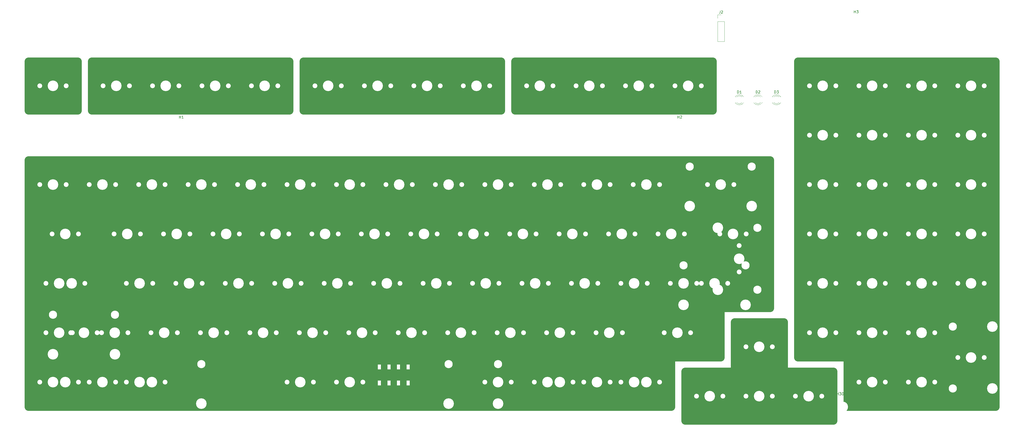
<source format=gbr>
G04 #@! TF.GenerationSoftware,KiCad,Pcbnew,(5.1.6)-1*
G04 #@! TF.CreationDate,2020-06-29T21:56:33+02:00*
G04 #@! TF.ProjectId,E80-1800-pcb-universal,4538302d-3138-4303-902d-7063622d756e,rev?*
G04 #@! TF.SameCoordinates,Original*
G04 #@! TF.FileFunction,Legend,Top*
G04 #@! TF.FilePolarity,Positive*
%FSLAX46Y46*%
G04 Gerber Fmt 4.6, Leading zero omitted, Abs format (unit mm)*
G04 Created by KiCad (PCBNEW (5.1.6)-1) date 2020-06-29 21:56:33*
%MOMM*%
%LPD*%
G01*
G04 APERTURE LIST*
%ADD10C,3.000000*%
%ADD11C,0.120000*%
%ADD12C,0.150000*%
%ADD13C,4.100000*%
%ADD14C,1.900000*%
%ADD15R,1.900000X1.900000*%
%ADD16C,6.100000*%
%ADD17O,1.100000X2.200000*%
%ADD18C,0.750000*%
%ADD19O,1.100000X1.700000*%
%ADD20O,1.800000X1.800000*%
%ADD21R,1.800000X1.800000*%
%ADD22C,1.850000*%
%ADD23C,4.087800*%
%ADD24C,3.148000*%
%ADD25R,1.200000X1.900000*%
G04 APERTURE END LIST*
D10*
G36*
X276225000Y-85725000D02*
G01*
X257175000Y-85725000D01*
X257175000Y-104775000D01*
X238125000Y-104775000D01*
X238125000Y-123825000D01*
X-9525000Y-123825000D01*
X-9500000Y-28586992D01*
X276225000Y-28575000D01*
X276225000Y-85725000D01*
G37*
X276225000Y-85725000D02*
X257175000Y-85725000D01*
X257175000Y-104775000D01*
X238125000Y-104775000D01*
X238125000Y-123825000D01*
X-9525000Y-123825000D01*
X-9500000Y-28586992D01*
X276225000Y-28575000D01*
X276225000Y-85725000D01*
G36*
X281583025Y-110132913D02*
G01*
X300633025Y-110132913D01*
X300633025Y-129182913D01*
X243483025Y-129182913D01*
X243483025Y-110132913D01*
X262533025Y-110132913D01*
X262533025Y-91082913D01*
X281583025Y-91082913D01*
X281583025Y-110132913D01*
G37*
X281583025Y-110132913D02*
X300633025Y-110132913D01*
X300633025Y-129182913D01*
X243483025Y-129182913D01*
X243483025Y-110132913D01*
X262533025Y-110132913D01*
X262533025Y-91082913D01*
X281583025Y-91082913D01*
X281583025Y-110132913D01*
G36*
X363140890Y-123825000D02*
G01*
X305990890Y-123825000D01*
X305990890Y-104775000D01*
X286940890Y-104775000D01*
X286940890Y9525000D01*
X363140890Y9525000D01*
X363140890Y-123825000D01*
G37*
X363140890Y-123825000D02*
X305990890Y-123825000D01*
X305990890Y-104775000D01*
X286940890Y-104775000D01*
X286940890Y9525000D01*
X363140890Y9525000D01*
X363140890Y-123825000D01*
G36*
X254198595Y-9525000D02*
G01*
X177998595Y-9525000D01*
X177998595Y9525000D01*
X254198595Y9525000D01*
X254198595Y-9525000D01*
G37*
X254198595Y-9525000D02*
X177998595Y-9525000D01*
X177998595Y9525000D01*
X254198595Y9525000D01*
X254198595Y-9525000D01*
G36*
X172640714Y-9525000D02*
G01*
X96440714Y-9525000D01*
X96440714Y9525000D01*
X172640714Y9525000D01*
X172640714Y-9525000D01*
G37*
X172640714Y-9525000D02*
X96440714Y-9525000D01*
X96440714Y9525000D01*
X172640714Y9525000D01*
X172640714Y-9525000D01*
G36*
X91082833Y-9525000D02*
G01*
X14882833Y-9525000D01*
X14882833Y9525000D01*
X91082833Y9525000D01*
X91082833Y-9525000D01*
G37*
X91082833Y-9525000D02*
X14882833Y-9525000D01*
X14882833Y9525000D01*
X91082833Y9525000D01*
X91082833Y-9525000D01*
G36*
X9525000Y-9525000D02*
G01*
X-9525000Y-9525000D01*
X-9525000Y9525000D01*
X9525000Y9525000D01*
X9525000Y-9525000D01*
G37*
X9525000Y-9525000D02*
X-9525000Y-9525000D01*
X-9525000Y9525000D01*
X9525000Y9525000D01*
X9525000Y-9525000D01*
D11*
X277125992Y-6437792D02*
X277125992Y-6593792D01*
X277125992Y-4121792D02*
X277125992Y-4277792D01*
X279727122Y-6437629D02*
G75*
G02*
X277645031Y-6437792I-1041130J1079837D01*
G01*
X279727122Y-4277955D02*
G75*
G03*
X277645031Y-4277792I-1041130J-1079837D01*
G01*
X280358327Y-6436400D02*
G75*
G02*
X277125992Y-6593308I-1672335J1078608D01*
G01*
X280358327Y-4279184D02*
G75*
G03*
X277125992Y-4122276I-1672335J-1078608D01*
G01*
X269981992Y-6437792D02*
X269981992Y-6593792D01*
X269981992Y-4121792D02*
X269981992Y-4277792D01*
X272583122Y-6437629D02*
G75*
G02*
X270501031Y-6437792I-1041130J1079837D01*
G01*
X272583122Y-4277955D02*
G75*
G03*
X270501031Y-4277792I-1041130J-1079837D01*
G01*
X273214327Y-6436400D02*
G75*
G02*
X269981992Y-6593308I-1672335J1078608D01*
G01*
X273214327Y-4279184D02*
G75*
G03*
X269981992Y-4122276I-1672335J-1078608D01*
G01*
X262837992Y-6437792D02*
X262837992Y-6593792D01*
X262837992Y-4121792D02*
X262837992Y-4277792D01*
X265439122Y-6437629D02*
G75*
G02*
X263357031Y-6437792I-1041130J1079837D01*
G01*
X265439122Y-4277955D02*
G75*
G03*
X263357031Y-4277792I-1041130J-1079837D01*
G01*
X266070327Y-6436400D02*
G75*
G02*
X262837992Y-6593308I-1672335J1078608D01*
G01*
X266070327Y-4279184D02*
G75*
G03*
X262837992Y-4122276I-1672335J-1078608D01*
G01*
X256011390Y27428500D02*
X257341390Y27428500D01*
X256011390Y26098500D02*
X256011390Y27428500D01*
X256011390Y24828500D02*
X258671390Y24828500D01*
X258671390Y24828500D02*
X258671390Y17148500D01*
X256011390Y24828500D02*
X256011390Y17148500D01*
X256011390Y17148500D02*
X258671390Y17148500D01*
D12*
X130203250Y-108906000D02*
X130203250Y-114106000D01*
X130203250Y-114106000D02*
X125003250Y-114106000D01*
X125003250Y-114106000D02*
X125003250Y-108906000D01*
X125003250Y-108906000D02*
X130203250Y-108906000D01*
X128603250Y-111506000D02*
G75*
G03*
X128603250Y-111506000I-1000000J0D01*
G01*
X137569250Y-108906000D02*
X137569250Y-114106000D01*
X137569250Y-114106000D02*
X132369250Y-114106000D01*
X132369250Y-114106000D02*
X132369250Y-108906000D01*
X132369250Y-108906000D02*
X137569250Y-108906000D01*
X135969250Y-111506000D02*
G75*
G03*
X135969250Y-111506000I-1000000J0D01*
G01*
X302014515Y-119277372D02*
X302014515Y-118277372D01*
X302014515Y-118753563D02*
X302585944Y-118753563D01*
X302585944Y-119277372D02*
X302585944Y-118277372D01*
X302966896Y-118277372D02*
X303585944Y-118277372D01*
X303252611Y-118658325D01*
X303395468Y-118658325D01*
X303490706Y-118705944D01*
X303538325Y-118753563D01*
X303585944Y-118848801D01*
X303585944Y-119086896D01*
X303538325Y-119182134D01*
X303490706Y-119229753D01*
X303395468Y-119277372D01*
X303109753Y-119277372D01*
X303014515Y-119229753D01*
X302966896Y-119182134D01*
X304204992Y-118277372D02*
X304300230Y-118277372D01*
X304395468Y-118324992D01*
X304443087Y-118372611D01*
X304490706Y-118467849D01*
X304538325Y-118658325D01*
X304538325Y-118896420D01*
X304490706Y-119086896D01*
X304443087Y-119182134D01*
X304395468Y-119229753D01*
X304300230Y-119277372D01*
X304204992Y-119277372D01*
X304109753Y-119229753D01*
X304062134Y-119182134D01*
X304014515Y-119086896D01*
X303966896Y-118896420D01*
X303966896Y-118658325D01*
X304014515Y-118467849D01*
X304062134Y-118372611D01*
X304109753Y-118324992D01*
X304204992Y-118277372D01*
X305157372Y-118277372D02*
X305252611Y-118277372D01*
X305347849Y-118324992D01*
X305395468Y-118372611D01*
X305443087Y-118467849D01*
X305490706Y-118658325D01*
X305490706Y-118896420D01*
X305443087Y-119086896D01*
X305395468Y-119182134D01*
X305347849Y-119229753D01*
X305252611Y-119277372D01*
X305157372Y-119277372D01*
X305062134Y-119229753D01*
X305014515Y-119182134D01*
X304966896Y-119086896D01*
X304919277Y-118896420D01*
X304919277Y-118658325D01*
X304966896Y-118467849D01*
X305014515Y-118372611D01*
X305062134Y-118324992D01*
X305157372Y-118277372D01*
X306443087Y-119277372D02*
X305871658Y-119277372D01*
X306157372Y-119277372D02*
X306157372Y-118277372D01*
X306062134Y-118420230D01*
X305966896Y-118515468D01*
X305871658Y-118563087D01*
X277947896Y-2850172D02*
X277947896Y-1850172D01*
X278185992Y-1850172D01*
X278328849Y-1897792D01*
X278424087Y-1993030D01*
X278471706Y-2088268D01*
X278519325Y-2278744D01*
X278519325Y-2421601D01*
X278471706Y-2612077D01*
X278424087Y-2707315D01*
X278328849Y-2802553D01*
X278185992Y-2850172D01*
X277947896Y-2850172D01*
X278852658Y-1850172D02*
X279471706Y-1850172D01*
X279138372Y-2231125D01*
X279281230Y-2231125D01*
X279376468Y-2278744D01*
X279424087Y-2326363D01*
X279471706Y-2421601D01*
X279471706Y-2659696D01*
X279424087Y-2754934D01*
X279376468Y-2802553D01*
X279281230Y-2850172D01*
X278995515Y-2850172D01*
X278900277Y-2802553D01*
X278852658Y-2754934D01*
X270803896Y-2850172D02*
X270803896Y-1850172D01*
X271041992Y-1850172D01*
X271184849Y-1897792D01*
X271280087Y-1993030D01*
X271327706Y-2088268D01*
X271375325Y-2278744D01*
X271375325Y-2421601D01*
X271327706Y-2612077D01*
X271280087Y-2707315D01*
X271184849Y-2802553D01*
X271041992Y-2850172D01*
X270803896Y-2850172D01*
X271756277Y-1945411D02*
X271803896Y-1897792D01*
X271899134Y-1850172D01*
X272137230Y-1850172D01*
X272232468Y-1897792D01*
X272280087Y-1945411D01*
X272327706Y-2040649D01*
X272327706Y-2135887D01*
X272280087Y-2278744D01*
X271708658Y-2850172D01*
X272327706Y-2850172D01*
X263659896Y-2850172D02*
X263659896Y-1850172D01*
X263897992Y-1850172D01*
X264040849Y-1897792D01*
X264136087Y-1993030D01*
X264183706Y-2088268D01*
X264231325Y-2278744D01*
X264231325Y-2421601D01*
X264183706Y-2612077D01*
X264136087Y-2707315D01*
X264040849Y-2802553D01*
X263897992Y-2850172D01*
X263659896Y-2850172D01*
X265183706Y-2850172D02*
X264612277Y-2850172D01*
X264897992Y-2850172D02*
X264897992Y-1850172D01*
X264802753Y-1993030D01*
X264707515Y-2088268D01*
X264612277Y-2135887D01*
X308638095Y28097627D02*
X308638095Y29097627D01*
X308638095Y28621436D02*
X309209523Y28621436D01*
X309209523Y28097627D02*
X309209523Y29097627D01*
X309590476Y29097627D02*
X310209523Y29097627D01*
X309876190Y28716674D01*
X310019047Y28716674D01*
X310114285Y28669055D01*
X310161904Y28621436D01*
X310209523Y28526198D01*
X310209523Y28288103D01*
X310161904Y28192865D01*
X310114285Y28145246D01*
X310019047Y28097627D01*
X309733333Y28097627D01*
X309638095Y28145246D01*
X309590476Y28192865D01*
X240649087Y-12502372D02*
X240649087Y-11502372D01*
X240649087Y-11978563D02*
X241220515Y-11978563D01*
X241220515Y-12502372D02*
X241220515Y-11502372D01*
X241649087Y-11597611D02*
X241696706Y-11549992D01*
X241791944Y-11502372D01*
X242030039Y-11502372D01*
X242125277Y-11549992D01*
X242172896Y-11597611D01*
X242220515Y-11692849D01*
X242220515Y-11788087D01*
X242172896Y-11930944D01*
X241601468Y-12502372D01*
X242220515Y-12502372D01*
X48649087Y-12502372D02*
X48649087Y-11502372D01*
X48649087Y-11978563D02*
X49220515Y-11978563D01*
X49220515Y-12502372D02*
X49220515Y-11502372D01*
X50220515Y-12502372D02*
X49649087Y-12502372D01*
X49934801Y-12502372D02*
X49934801Y-11502372D01*
X49839563Y-11645230D01*
X49744325Y-11740468D01*
X49649087Y-11788087D01*
X257008056Y28976119D02*
X257008056Y28261833D01*
X256960437Y28118976D01*
X256865199Y28023738D01*
X256722342Y27976119D01*
X256627104Y27976119D01*
X257436628Y28880880D02*
X257484247Y28928500D01*
X257579485Y28976119D01*
X257817580Y28976119D01*
X257912818Y28928500D01*
X257960437Y28880880D01*
X258008056Y28785642D01*
X258008056Y28690404D01*
X257960437Y28547547D01*
X257389009Y27976119D01*
X258008056Y27976119D01*
X123944011Y-112839333D02*
X123991630Y-112696476D01*
X123991630Y-112458380D01*
X123944011Y-112363142D01*
X123896392Y-112315523D01*
X123801154Y-112267904D01*
X123705916Y-112267904D01*
X123610678Y-112315523D01*
X123563059Y-112363142D01*
X123515440Y-112458380D01*
X123467821Y-112648857D01*
X123420202Y-112744095D01*
X123372583Y-112791714D01*
X123277345Y-112839333D01*
X123182107Y-112839333D01*
X123086869Y-112791714D01*
X123039250Y-112744095D01*
X122991630Y-112648857D01*
X122991630Y-112410761D01*
X123039250Y-112267904D01*
X122991630Y-111934571D02*
X123991630Y-111696476D01*
X123277345Y-111506000D01*
X123991630Y-111315523D01*
X122991630Y-111077428D01*
X123086869Y-110744095D02*
X123039250Y-110696476D01*
X122991630Y-110601238D01*
X122991630Y-110363142D01*
X123039250Y-110267904D01*
X123086869Y-110220285D01*
X123182107Y-110172666D01*
X123277345Y-110172666D01*
X123420202Y-110220285D01*
X123991630Y-110791714D01*
X123991630Y-110172666D01*
X131310011Y-112839333D02*
X131357630Y-112696476D01*
X131357630Y-112458380D01*
X131310011Y-112363142D01*
X131262392Y-112315523D01*
X131167154Y-112267904D01*
X131071916Y-112267904D01*
X130976678Y-112315523D01*
X130929059Y-112363142D01*
X130881440Y-112458380D01*
X130833821Y-112648857D01*
X130786202Y-112744095D01*
X130738583Y-112791714D01*
X130643345Y-112839333D01*
X130548107Y-112839333D01*
X130452869Y-112791714D01*
X130405250Y-112744095D01*
X130357630Y-112648857D01*
X130357630Y-112410761D01*
X130405250Y-112267904D01*
X130357630Y-111934571D02*
X131357630Y-111696476D01*
X130643345Y-111506000D01*
X131357630Y-111315523D01*
X130357630Y-111077428D01*
X131357630Y-110172666D02*
X131357630Y-110744095D01*
X131357630Y-110458380D02*
X130357630Y-110458380D01*
X130500488Y-110553619D01*
X130595726Y-110648857D01*
X130643345Y-110744095D01*
%LPC*%
D13*
X304204992Y-123824992D03*
D14*
X279955992Y-5357792D03*
D15*
X277415992Y-5357792D03*
D14*
X272811992Y-5357792D03*
D15*
X270271992Y-5357792D03*
D14*
X265667992Y-5357792D03*
D15*
X263127992Y-5357792D03*
D16*
X309194898Y21550008D03*
X241410992Y-19049992D03*
X49410992Y-19049992D03*
D17*
X320525890Y23646000D03*
X311885890Y23646000D03*
D18*
X313315890Y24176000D03*
D19*
X311885890Y27826000D03*
D18*
X319095890Y24176000D03*
D19*
X320525890Y27826000D03*
D20*
X257341390Y18478500D03*
X257341390Y21018500D03*
X257341390Y23558500D03*
D21*
X257341390Y26098500D03*
D22*
X7461250Y-76200000D03*
X-2698750Y-76200000D03*
D23*
X2381250Y-76200000D03*
X171450000Y-122555000D03*
D24*
X171450000Y-107315000D03*
D22*
X119380000Y-114300000D03*
X109220000Y-114300000D03*
D23*
X114300000Y-114300000D03*
D22*
X100330100Y-114300120D03*
X90170100Y-114300120D03*
D23*
X95250100Y-114300120D03*
D22*
X228917500Y-114300000D03*
X218757500Y-114300000D03*
D23*
X223837500Y-114300000D03*
D22*
X200342500Y-114300000D03*
X190182500Y-114300000D03*
D23*
X195262500Y-114300000D03*
D22*
X38417500Y-114300000D03*
X28257500Y-114300000D03*
D23*
X33337500Y-114300000D03*
D22*
X9842500Y-114300000D03*
X-317500Y-114300000D03*
D23*
X4762500Y-114300000D03*
X256063750Y-54737000D03*
X256063750Y-78613000D03*
D24*
X271303750Y-54737000D03*
X271303750Y-78613000D03*
D22*
X264318750Y-71755000D03*
X264318750Y-61595000D03*
D23*
X264318750Y-66675000D03*
X361870890Y-92837000D03*
X361870890Y-116713000D03*
D24*
X346630890Y-92837000D03*
X346630890Y-116713000D03*
D22*
X358695890Y-104775000D03*
X348535890Y-104775000D03*
D23*
X353615890Y-104775000D03*
D22*
X9842500Y-57150000D03*
X-317500Y-57150000D03*
D23*
X4762500Y-57150000D03*
D22*
X12223750Y-76200000D03*
X2063750Y-76200000D03*
D23*
X7143750Y-76200000D03*
D22*
X245586250Y-95250000D03*
X235426250Y-95250000D03*
D23*
X240506250Y-95250000D03*
D25*
X125753250Y-108406000D03*
X129453250Y-114606000D03*
X129453250Y-108406000D03*
X125753250Y-114606000D03*
X133119250Y-108406000D03*
X136819250Y-114606000D03*
X136819250Y-108406000D03*
X133119250Y-114606000D03*
D22*
X339645890Y-114300000D03*
X329485890Y-114300000D03*
D23*
X334565890Y-114300000D03*
D22*
X320595890Y-114300000D03*
X310435890Y-114300000D03*
D23*
X315515890Y-114300000D03*
D22*
X296188025Y-119657913D03*
X286028025Y-119657913D03*
D23*
X291108025Y-119657913D03*
D22*
X277138025Y-119657913D03*
X266978025Y-119657913D03*
D23*
X272058025Y-119657913D03*
D22*
X258088025Y-119657913D03*
X247928025Y-119657913D03*
D23*
X253008025Y-119657913D03*
D22*
X233680000Y-114300000D03*
X223520000Y-114300000D03*
D23*
X228600000Y-114300000D03*
D22*
X214630000Y-114300000D03*
X204470000Y-114300000D03*
D23*
X209550000Y-114300000D03*
D22*
X195580000Y-114300000D03*
X185420000Y-114300000D03*
D23*
X190500000Y-114300000D03*
D22*
X176530000Y-114300000D03*
X166370000Y-114300000D03*
D23*
X171450000Y-114300000D03*
X152400000Y-122555000D03*
X57150000Y-122555000D03*
D24*
X152400000Y-107315000D03*
X57150000Y-107315000D03*
D22*
X119380000Y-114300000D03*
X109220000Y-114300000D03*
D23*
X114300000Y-114300000D03*
D22*
X43180000Y-114300000D03*
X33020000Y-114300000D03*
D23*
X38100000Y-114300000D03*
D22*
X24130000Y-114300000D03*
X13970000Y-114300000D03*
D23*
X19050000Y-114300000D03*
D22*
X5080000Y-114300000D03*
X-5080000Y-114300000D03*
D23*
X0Y-114300000D03*
D22*
X339645890Y-95250000D03*
X329485890Y-95250000D03*
D23*
X334565890Y-95250000D03*
D22*
X320595890Y-95250000D03*
X310435890Y-95250000D03*
D23*
X315515890Y-95250000D03*
D22*
X301545890Y-95250000D03*
X291385890Y-95250000D03*
D23*
X296465890Y-95250000D03*
D22*
X277138025Y-100607913D03*
X266978025Y-100607913D03*
D23*
X272058025Y-100607913D03*
D22*
X219392500Y-95250000D03*
X209232500Y-95250000D03*
D23*
X214312500Y-95250000D03*
D22*
X200342500Y-95250000D03*
X190182500Y-95250000D03*
D23*
X195262500Y-95250000D03*
D22*
X181292500Y-95250000D03*
X171132500Y-95250000D03*
D23*
X176212500Y-95250000D03*
D22*
X162242500Y-95250000D03*
X152082500Y-95250000D03*
D23*
X157162500Y-95250000D03*
D22*
X143192500Y-95250000D03*
X133032500Y-95250000D03*
D23*
X138112500Y-95250000D03*
D22*
X124142500Y-95250000D03*
X113982500Y-95250000D03*
D23*
X119062500Y-95250000D03*
D22*
X105092500Y-95250000D03*
X94932500Y-95250000D03*
D23*
X100012500Y-95250000D03*
D22*
X86042500Y-95250000D03*
X75882500Y-95250000D03*
D23*
X80962500Y-95250000D03*
D22*
X66992500Y-95250000D03*
X56832500Y-95250000D03*
D23*
X61912500Y-95250000D03*
D22*
X47942500Y-95250000D03*
X37782500Y-95250000D03*
D23*
X42862500Y-95250000D03*
D22*
X28892500Y-95250000D03*
X18732500Y-95250000D03*
D23*
X23812500Y-95250000D03*
X23844250Y-103505000D03*
X-31750Y-103505000D03*
D24*
X23844250Y-88265000D03*
X-31750Y-88265000D03*
D22*
X16986250Y-95250000D03*
X6826250Y-95250000D03*
D23*
X11906250Y-95250000D03*
D22*
X7461250Y-95250000D03*
X-2698750Y-95250000D03*
D23*
X2381250Y-95250000D03*
D22*
X358695890Y-76200000D03*
X348535890Y-76200000D03*
D23*
X353615890Y-76200000D03*
D22*
X339645890Y-76200000D03*
X329485890Y-76200000D03*
D23*
X334565890Y-76200000D03*
D22*
X320595890Y-76200000D03*
X310435890Y-76200000D03*
D23*
X315515890Y-76200000D03*
D22*
X301545890Y-76200000D03*
X291385890Y-76200000D03*
D23*
X296465890Y-76200000D03*
X266731750Y-84455000D03*
X242855750Y-84455000D03*
D24*
X266731750Y-69215000D03*
X242855750Y-69215000D03*
D22*
X259873750Y-76200000D03*
X249713750Y-76200000D03*
D23*
X254793750Y-76200000D03*
D22*
X247967500Y-76200000D03*
X237807500Y-76200000D03*
D23*
X242887500Y-76200000D03*
D22*
X228917500Y-76200000D03*
X218757500Y-76200000D03*
D23*
X223837500Y-76200000D03*
D22*
X209867500Y-76200000D03*
X199707500Y-76200000D03*
D23*
X204787500Y-76200000D03*
D22*
X190817500Y-76200000D03*
X180657500Y-76200000D03*
D23*
X185737500Y-76200000D03*
D22*
X171767500Y-76200000D03*
X161607500Y-76200000D03*
D23*
X166687500Y-76200000D03*
D22*
X152717500Y-76200000D03*
X142557500Y-76200000D03*
D23*
X147637500Y-76200000D03*
D22*
X133667500Y-76200000D03*
X123507500Y-76200000D03*
D23*
X128587500Y-76200000D03*
D22*
X114617500Y-76200000D03*
X104457500Y-76200000D03*
D23*
X109537500Y-76200000D03*
D22*
X95567500Y-76200000D03*
X85407500Y-76200000D03*
D23*
X90487500Y-76200000D03*
D22*
X76517500Y-76200000D03*
X66357500Y-76200000D03*
D23*
X71437500Y-76200000D03*
D22*
X57467500Y-76200000D03*
X47307500Y-76200000D03*
D23*
X52387500Y-76200000D03*
D22*
X38417500Y-76200000D03*
X28257500Y-76200000D03*
D23*
X33337500Y-76200000D03*
D22*
X358695890Y-57150000D03*
X348535890Y-57150000D03*
D23*
X353615890Y-57150000D03*
D22*
X339645890Y-57150000D03*
X329485890Y-57150000D03*
D23*
X334565890Y-57150000D03*
D22*
X320595890Y-57150000D03*
X310435890Y-57150000D03*
D23*
X315515890Y-57150000D03*
D22*
X301545890Y-57150000D03*
X291385890Y-57150000D03*
D23*
X296465890Y-57150000D03*
D22*
X267017500Y-57150000D03*
X256857500Y-57150000D03*
D23*
X261937500Y-57150000D03*
D22*
X243205000Y-57150000D03*
X233045000Y-57150000D03*
D23*
X238125000Y-57150000D03*
D22*
X224155000Y-57150000D03*
X213995000Y-57150000D03*
D23*
X219075000Y-57150000D03*
D22*
X205105000Y-57150000D03*
X194945000Y-57150000D03*
D23*
X200025000Y-57150000D03*
D22*
X186055000Y-57150000D03*
X175895000Y-57150000D03*
D23*
X180975000Y-57150000D03*
D22*
X167005000Y-57150000D03*
X156845000Y-57150000D03*
D23*
X161925000Y-57150000D03*
D22*
X147955000Y-57150000D03*
X137795000Y-57150000D03*
D23*
X142875000Y-57150000D03*
D22*
X128905000Y-57150000D03*
X118745000Y-57150000D03*
D23*
X123825000Y-57150000D03*
D22*
X109855000Y-57150000D03*
X99695000Y-57150000D03*
D23*
X104775000Y-57150000D03*
D22*
X90805000Y-57150000D03*
X80645000Y-57150000D03*
D23*
X85725000Y-57150000D03*
D22*
X71755000Y-57150000D03*
X61595000Y-57150000D03*
D23*
X66675000Y-57150000D03*
D22*
X52705000Y-57150000D03*
X42545000Y-57150000D03*
D23*
X47625000Y-57150000D03*
D22*
X33655000Y-57150000D03*
X23495000Y-57150000D03*
D23*
X28575000Y-57150000D03*
D22*
X358695890Y-38100000D03*
X348535890Y-38100000D03*
D23*
X353615890Y-38100000D03*
D22*
X339645890Y-38100000D03*
X329485890Y-38100000D03*
D23*
X334565890Y-38100000D03*
D22*
X320595890Y-38100000D03*
X310435890Y-38100000D03*
D23*
X315515890Y-38100000D03*
D22*
X301545890Y-38100000D03*
X291385890Y-38100000D03*
D23*
X296465890Y-38100000D03*
X269113000Y-46355000D03*
X245237000Y-46355000D03*
D24*
X269113000Y-31115000D03*
X245237000Y-31115000D03*
D22*
X262255000Y-38100000D03*
X252095000Y-38100000D03*
D23*
X257175000Y-38100000D03*
D22*
X233680000Y-38100000D03*
X223520000Y-38100000D03*
D23*
X228600000Y-38100000D03*
D22*
X214630000Y-38100000D03*
X204470000Y-38100000D03*
D23*
X209550000Y-38100000D03*
D22*
X195580000Y-38100000D03*
X185420000Y-38100000D03*
D23*
X190500000Y-38100000D03*
D22*
X176530000Y-38100000D03*
X166370000Y-38100000D03*
D23*
X171450000Y-38100000D03*
D22*
X157480000Y-38100000D03*
X147320000Y-38100000D03*
D23*
X152400000Y-38100000D03*
D22*
X138430000Y-38100000D03*
X128270000Y-38100000D03*
D23*
X133350000Y-38100000D03*
D22*
X119380000Y-38100000D03*
X109220000Y-38100000D03*
D23*
X114300000Y-38100000D03*
D22*
X100330000Y-38100000D03*
X90170000Y-38100000D03*
D23*
X95250000Y-38100000D03*
D22*
X81280000Y-38100000D03*
X71120000Y-38100000D03*
D23*
X76200000Y-38100000D03*
D22*
X62230000Y-38100000D03*
X52070000Y-38100000D03*
D23*
X57150000Y-38100000D03*
D22*
X43180000Y-38100000D03*
X33020000Y-38100000D03*
D23*
X38100000Y-38100000D03*
D22*
X24130000Y-38100000D03*
X13970000Y-38100000D03*
D23*
X19050000Y-38100000D03*
D22*
X5080000Y-38100000D03*
X-5080000Y-38100000D03*
D23*
X0Y-38100000D03*
D22*
X358695890Y-19050000D03*
X348535890Y-19050000D03*
D23*
X353615890Y-19050000D03*
D22*
X339645890Y-19050000D03*
X329485890Y-19050000D03*
D23*
X334565890Y-19050000D03*
D22*
X320595890Y-19050000D03*
X310435890Y-19050000D03*
D23*
X315515890Y-19050000D03*
D22*
X301545890Y-19050000D03*
X291385890Y-19050000D03*
D23*
X296465890Y-19050000D03*
D22*
X358695890Y0D03*
X348535890Y0D03*
D23*
X353615890Y0D03*
D22*
X339645890Y0D03*
X329485890Y0D03*
D23*
X334565890Y0D03*
D22*
X320595890Y0D03*
X310435890Y0D03*
D23*
X315515890Y0D03*
D22*
X301545890Y0D03*
X291385890Y0D03*
D23*
X296465890Y0D03*
D22*
X249753595Y0D03*
X239593595Y0D03*
D23*
X244673595Y0D03*
D22*
X230703595Y0D03*
X220543595Y0D03*
D23*
X225623595Y0D03*
D22*
X211653595Y0D03*
X201493595Y0D03*
D23*
X206573595Y0D03*
D22*
X192603595Y0D03*
X182443595Y0D03*
D23*
X187523595Y0D03*
D22*
X168195714Y0D03*
X158035714Y0D03*
D23*
X163115714Y0D03*
D22*
X149145714Y0D03*
X138985714Y0D03*
D23*
X144065714Y0D03*
D22*
X130095714Y0D03*
X119935714Y0D03*
D23*
X125015714Y0D03*
D22*
X111045714Y0D03*
X100885714Y0D03*
D23*
X105965714Y0D03*
D22*
X86637833Y0D03*
X76477833Y0D03*
D23*
X81557833Y0D03*
D22*
X67587833Y0D03*
X57427833Y0D03*
D23*
X62507833Y0D03*
D22*
X48537833Y0D03*
X38377833Y0D03*
D23*
X43457833Y0D03*
D22*
X29487833Y0D03*
X19327833Y0D03*
D23*
X24407833Y0D03*
D22*
X5080000Y0D03*
X-5080000Y0D03*
D23*
X0Y0D03*
M02*

</source>
